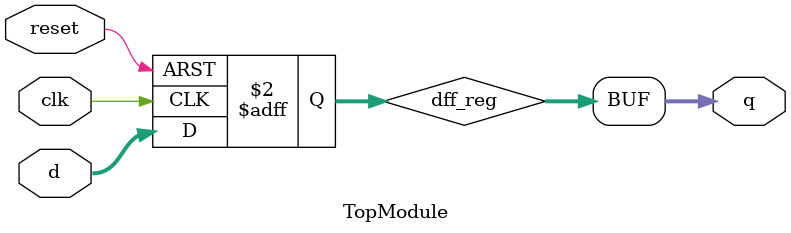
<source format=sv>

module TopModule (
  input clk,
  input [7:0] d,
  input reset,
  output reg [7:0] q
);

  // Internal DFF registers for holding the state
  reg [7:0] dff_reg;

  always @(negedge clk or posedge reset) begin
    if (reset) begin
      // On reset, set to 0x34 across all flip-flops
      dff_reg <= 8'b00110100; // This is hexadecimal '0x34'
    end else begin
      // On clock negative edge, load the input data into DFFs
      dff_reg <= d;
    end
  end

  // Assign internal register to output
  assign q = dff_reg;

endmodule

// VERILOG-EVAL: errant inclusion of module definition

</source>
